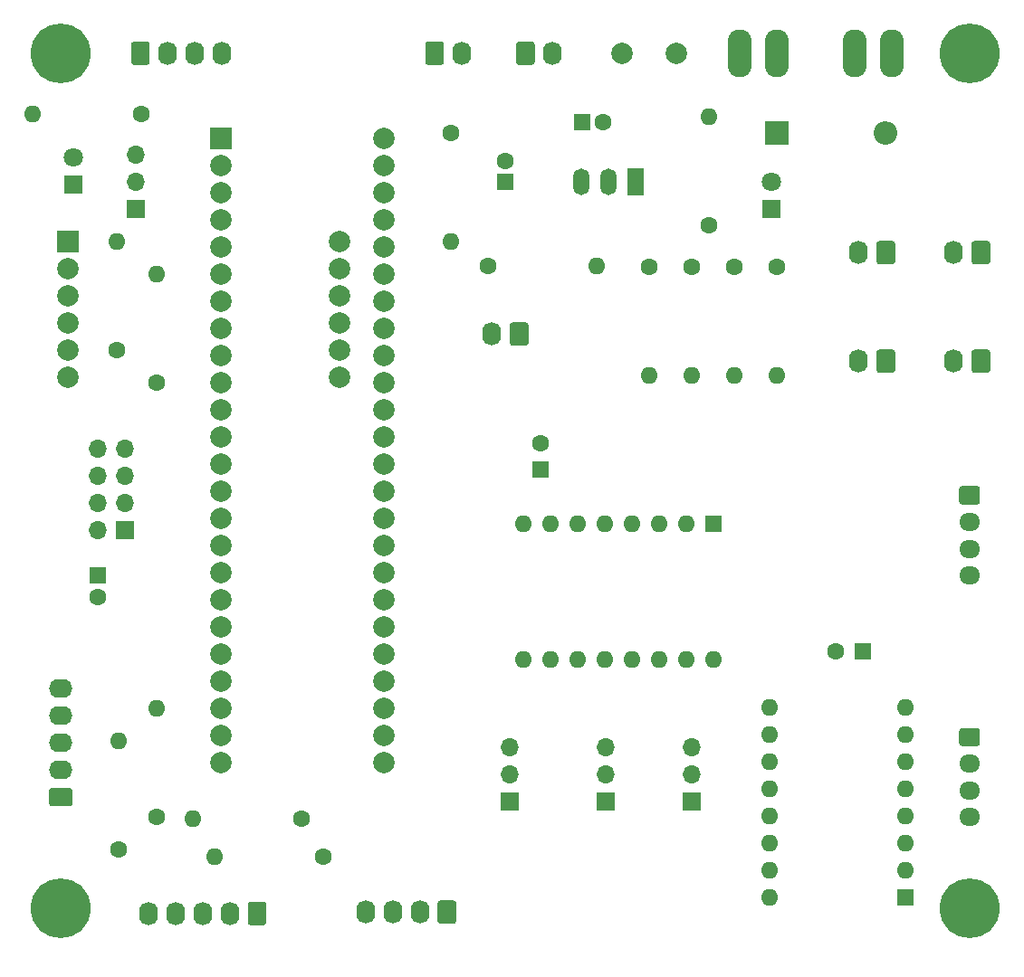
<source format=gbr>
%TF.GenerationSoftware,KiCad,Pcbnew,(5.1.10)-1*%
%TF.CreationDate,2021-08-21T13:40:32+02:00*%
%TF.ProjectId,CarteRobot-Teensy,43617274-6552-46f6-926f-742d5465656e,rev?*%
%TF.SameCoordinates,Original*%
%TF.FileFunction,Soldermask,Bot*%
%TF.FilePolarity,Negative*%
%FSLAX46Y46*%
G04 Gerber Fmt 4.6, Leading zero omitted, Abs format (unit mm)*
G04 Created by KiCad (PCBNEW (5.1.10)-1) date 2021-08-21 13:40:32*
%MOMM*%
%LPD*%
G01*
G04 APERTURE LIST*
%ADD10C,2.000000*%
%ADD11R,2.000000X2.000000*%
%ADD12C,1.600000*%
%ADD13O,1.600000X1.600000*%
%ADD14O,1.700000X1.700000*%
%ADD15R,1.700000X1.700000*%
%ADD16C,1.800000*%
%ADD17R,1.800000X1.800000*%
%ADD18R,1.600000X1.600000*%
%ADD19O,1.740000X2.190000*%
%ADD20O,1.950000X1.700000*%
%ADD21C,5.600000*%
%ADD22O,2.250000X4.500000*%
%ADD23O,1.500000X2.500000*%
%ADD24R,1.500000X2.500000*%
%ADD25O,2.190000X1.740000*%
%ADD26O,2.200000X2.200000*%
%ADD27R,2.200000X2.200000*%
G04 APERTURE END LIST*
D10*
%TO.C,J5*%
X90240000Y-118880000D03*
X75000000Y-118880000D03*
X90240000Y-116340000D03*
X75000000Y-116340000D03*
X90240000Y-113800000D03*
X75000000Y-113800000D03*
X90240000Y-111260000D03*
X75000000Y-111260000D03*
X90240000Y-108720000D03*
X75000000Y-108720000D03*
X90240000Y-106180000D03*
X75000000Y-106180000D03*
X90240000Y-103640000D03*
X75000000Y-103640000D03*
X90240000Y-101100000D03*
X75000000Y-101100000D03*
X90240000Y-98560000D03*
X75000000Y-98560000D03*
X90240000Y-96020000D03*
X75000000Y-96020000D03*
X90240000Y-93480000D03*
X75000000Y-93480000D03*
X90240000Y-90940000D03*
X75000000Y-90940000D03*
X90240000Y-88400000D03*
X75000000Y-88400000D03*
X90240000Y-85860000D03*
X75000000Y-85860000D03*
X90240000Y-83320000D03*
X75000000Y-83320000D03*
X90240000Y-80780000D03*
X75000000Y-80780000D03*
X90240000Y-78240000D03*
X75000000Y-78240000D03*
X90240000Y-75700000D03*
X75000000Y-75700000D03*
X90240000Y-73160000D03*
X75000000Y-73160000D03*
X90240000Y-70620000D03*
X75000000Y-70620000D03*
X90240000Y-68080000D03*
X75000000Y-68080000D03*
X90240000Y-65540000D03*
X75000000Y-65540000D03*
X90240000Y-63000000D03*
D11*
X75000000Y-63000000D03*
D10*
X75000000Y-121420000D03*
X90240000Y-121420000D03*
%TD*%
D12*
%TO.C,R14*%
X67564000Y-60706000D03*
D13*
X57404000Y-60706000D03*
%TD*%
D14*
%TO.C,J22*%
X67056000Y-64516000D03*
X67056000Y-67056000D03*
D15*
X67056000Y-69596000D03*
%TD*%
D16*
%TO.C,D3*%
X61214000Y-64770000D03*
D17*
X61214000Y-67310000D03*
%TD*%
D12*
%TO.C,C5*%
X101600000Y-65056000D03*
D18*
X101600000Y-67056000D03*
%TD*%
D12*
%TO.C,C4*%
X110744000Y-61468000D03*
D18*
X108744000Y-61468000D03*
%TD*%
D19*
%TO.C,J21*%
X100330000Y-81280000D03*
G36*
G01*
X103740000Y-80434999D02*
X103740000Y-82125001D01*
G75*
G02*
X103490001Y-82375000I-249999J0D01*
G01*
X102249999Y-82375000D01*
G75*
G02*
X102000000Y-82125001I0J249999D01*
G01*
X102000000Y-80434999D01*
G75*
G02*
X102249999Y-80185000I249999J0D01*
G01*
X103490001Y-80185000D01*
G75*
G02*
X103740000Y-80434999I0J-249999D01*
G01*
G37*
%TD*%
D13*
%TO.C,R13*%
X65278000Y-72593200D03*
D12*
X65278000Y-82753200D03*
%TD*%
D13*
%TO.C,R12*%
X68935600Y-75692000D03*
D12*
X68935600Y-85852000D03*
%TD*%
D10*
%TO.C,J15*%
X86106000Y-85293200D03*
X86106000Y-82753200D03*
X86106000Y-80213200D03*
X86106000Y-77673200D03*
X86106000Y-75133200D03*
X86106000Y-72593200D03*
X60706000Y-85293200D03*
X60706000Y-82753200D03*
X60706000Y-80213200D03*
X60706000Y-77673200D03*
X60706000Y-75133200D03*
D11*
X60706000Y-72593200D03*
%TD*%
D13*
%TO.C,R11*%
X127000000Y-85160000D03*
D12*
X127000000Y-75000000D03*
%TD*%
D13*
%TO.C,R10*%
X123000000Y-85160000D03*
D12*
X123000000Y-75000000D03*
%TD*%
D13*
%TO.C,R7*%
X119000000Y-85160000D03*
D12*
X119000000Y-75000000D03*
%TD*%
D13*
%TO.C,R6*%
X115000000Y-85160000D03*
D12*
X115000000Y-75000000D03*
%TD*%
D19*
%TO.C,J20*%
X143510000Y-83820000D03*
G36*
G01*
X146920000Y-82974999D02*
X146920000Y-84665001D01*
G75*
G02*
X146670001Y-84915000I-249999J0D01*
G01*
X145429999Y-84915000D01*
G75*
G02*
X145180000Y-84665001I0J249999D01*
G01*
X145180000Y-82974999D01*
G75*
G02*
X145429999Y-82725000I249999J0D01*
G01*
X146670001Y-82725000D01*
G75*
G02*
X146920000Y-82974999I0J-249999D01*
G01*
G37*
%TD*%
%TO.C,J18*%
X143510000Y-73660000D03*
G36*
G01*
X146920000Y-72814999D02*
X146920000Y-74505001D01*
G75*
G02*
X146670001Y-74755000I-249999J0D01*
G01*
X145429999Y-74755000D01*
G75*
G02*
X145180000Y-74505001I0J249999D01*
G01*
X145180000Y-72814999D01*
G75*
G02*
X145429999Y-72565000I249999J0D01*
G01*
X146670001Y-72565000D01*
G75*
G02*
X146920000Y-72814999I0J-249999D01*
G01*
G37*
%TD*%
%TO.C,J17*%
X134620000Y-83820000D03*
G36*
G01*
X138030000Y-82974999D02*
X138030000Y-84665001D01*
G75*
G02*
X137780001Y-84915000I-249999J0D01*
G01*
X136539999Y-84915000D01*
G75*
G02*
X136290000Y-84665001I0J249999D01*
G01*
X136290000Y-82974999D01*
G75*
G02*
X136539999Y-82725000I249999J0D01*
G01*
X137780001Y-82725000D01*
G75*
G02*
X138030000Y-82974999I0J-249999D01*
G01*
G37*
%TD*%
%TO.C,J16*%
X134620000Y-73660000D03*
G36*
G01*
X138030000Y-72814999D02*
X138030000Y-74505001D01*
G75*
G02*
X137780001Y-74755000I-249999J0D01*
G01*
X136539999Y-74755000D01*
G75*
G02*
X136290000Y-74505001I0J249999D01*
G01*
X136290000Y-72814999D01*
G75*
G02*
X136539999Y-72565000I249999J0D01*
G01*
X137780001Y-72565000D01*
G75*
G02*
X138030000Y-72814999I0J-249999D01*
G01*
G37*
%TD*%
D20*
%TO.C,J7*%
X145000000Y-126500000D03*
X145000000Y-124000000D03*
X145000000Y-121500000D03*
G36*
G01*
X144275000Y-118150000D02*
X145725000Y-118150000D01*
G75*
G02*
X145975000Y-118400000I0J-250000D01*
G01*
X145975000Y-119600000D01*
G75*
G02*
X145725000Y-119850000I-250000J0D01*
G01*
X144275000Y-119850000D01*
G75*
G02*
X144025000Y-119600000I0J250000D01*
G01*
X144025000Y-118400000D01*
G75*
G02*
X144275000Y-118150000I250000J0D01*
G01*
G37*
%TD*%
%TO.C,J6*%
X145000000Y-103867600D03*
X145000000Y-101367600D03*
X145000000Y-98867600D03*
G36*
G01*
X144275000Y-95517600D02*
X145725000Y-95517600D01*
G75*
G02*
X145975000Y-95767600I0J-250000D01*
G01*
X145975000Y-96967600D01*
G75*
G02*
X145725000Y-97217600I-250000J0D01*
G01*
X144275000Y-97217600D01*
G75*
G02*
X144025000Y-96967600I0J250000D01*
G01*
X144025000Y-95767600D01*
G75*
G02*
X144275000Y-95517600I250000J0D01*
G01*
G37*
%TD*%
D12*
%TO.C,C2*%
X132500000Y-111000000D03*
D18*
X135000000Y-111000000D03*
%TD*%
D12*
%TO.C,C1*%
X104902000Y-91480000D03*
D18*
X104902000Y-93980000D03*
%TD*%
D12*
%TO.C,C3*%
X63500000Y-105886000D03*
D18*
X63500000Y-103886000D03*
%TD*%
D12*
%TO.C,R9*%
X82550000Y-126619000D03*
D13*
X72390000Y-126619000D03*
%TD*%
D12*
%TO.C,R8*%
X84582000Y-130175000D03*
D13*
X74422000Y-130175000D03*
%TD*%
%TO.C,R5*%
X68961000Y-116332000D03*
D12*
X68961000Y-126492000D03*
%TD*%
D13*
%TO.C,R4*%
X65405000Y-119340000D03*
D12*
X65405000Y-129500000D03*
%TD*%
D13*
%TO.C,R3*%
X110160000Y-74930000D03*
D12*
X100000000Y-74930000D03*
%TD*%
D13*
%TO.C,R2*%
X96520000Y-72660000D03*
D12*
X96520000Y-62500000D03*
%TD*%
D14*
%TO.C,J9*%
X111000000Y-119920000D03*
X111000000Y-122460000D03*
D15*
X111000000Y-125000000D03*
%TD*%
D21*
%TO.C,H2*%
X145000000Y-135000000D03*
%TD*%
%TO.C,J19*%
G36*
G01*
X96990000Y-134536999D02*
X96990000Y-136227001D01*
G75*
G02*
X96740001Y-136477000I-249999J0D01*
G01*
X95499999Y-136477000D01*
G75*
G02*
X95250000Y-136227001I0J249999D01*
G01*
X95250000Y-134536999D01*
G75*
G02*
X95499999Y-134287000I249999J0D01*
G01*
X96740001Y-134287000D01*
G75*
G02*
X96990000Y-134536999I0J-249999D01*
G01*
G37*
D19*
X93580000Y-135382000D03*
X91040000Y-135382000D03*
X88500000Y-135382000D03*
%TD*%
D16*
%TO.C,D1*%
X126492000Y-67056000D03*
D17*
X126492000Y-69596000D03*
%TD*%
%TO.C,J11*%
G36*
G01*
X79229000Y-134663999D02*
X79229000Y-136354001D01*
G75*
G02*
X78979001Y-136604000I-249999J0D01*
G01*
X77738999Y-136604000D01*
G75*
G02*
X77489000Y-136354001I0J249999D01*
G01*
X77489000Y-134663999D01*
G75*
G02*
X77738999Y-134414000I249999J0D01*
G01*
X78979001Y-134414000D01*
G75*
G02*
X79229000Y-134663999I0J-249999D01*
G01*
G37*
D19*
X75819000Y-135509000D03*
X73279000Y-135509000D03*
X70739000Y-135509000D03*
X68199000Y-135509000D03*
%TD*%
D22*
%TO.C,J2*%
X137713600Y-55000000D03*
X134213600Y-55000000D03*
%TD*%
D23*
%TO.C,U1*%
X108712000Y-67056000D03*
X111252000Y-67056000D03*
D24*
X113792000Y-67056000D03*
%TD*%
D21*
%TO.C,H4*%
X60000000Y-135000000D03*
%TD*%
D15*
%TO.C,J14*%
X66000000Y-99620000D03*
D14*
X63460000Y-99620000D03*
X66000000Y-97080000D03*
X63460000Y-97080000D03*
X66000000Y-94540000D03*
X63460000Y-94540000D03*
X66000000Y-92000000D03*
X63460000Y-92000000D03*
%TD*%
%TO.C,J10*%
X119000000Y-119920000D03*
X119000000Y-122460000D03*
D15*
X119000000Y-125000000D03*
%TD*%
D13*
%TO.C,R1*%
X120650000Y-60960000D03*
D12*
X120650000Y-71120000D03*
%TD*%
D10*
%TO.C,F1*%
X117602000Y-55000000D03*
X112522000Y-55000000D03*
%TD*%
D19*
%TO.C,J4*%
X97500000Y-55000000D03*
G36*
G01*
X94090000Y-55845001D02*
X94090000Y-54154999D01*
G75*
G02*
X94339999Y-53905000I249999J0D01*
G01*
X95580001Y-53905000D01*
G75*
G02*
X95830000Y-54154999I0J-249999D01*
G01*
X95830000Y-55845001D01*
G75*
G02*
X95580001Y-56095000I-249999J0D01*
G01*
X94339999Y-56095000D01*
G75*
G02*
X94090000Y-55845001I0J249999D01*
G01*
G37*
%TD*%
D21*
%TO.C,H1*%
X145000000Y-55000000D03*
%TD*%
D18*
%TO.C,A2*%
X139000000Y-134000000D03*
D13*
X126300000Y-116220000D03*
X139000000Y-131460000D03*
X126300000Y-118760000D03*
X139000000Y-128920000D03*
X126300000Y-121300000D03*
X139000000Y-126380000D03*
X126300000Y-123840000D03*
X139000000Y-123840000D03*
X126300000Y-126380000D03*
X139000000Y-121300000D03*
X126300000Y-128920000D03*
X139000000Y-118760000D03*
X126300000Y-131460000D03*
X139000000Y-116220000D03*
X126300000Y-134000000D03*
%TD*%
D21*
%TO.C,H3*%
X60000000Y-55000000D03*
%TD*%
D19*
%TO.C,J13*%
X75080000Y-55000000D03*
X72540000Y-55000000D03*
X70000000Y-55000000D03*
G36*
G01*
X66590000Y-55845001D02*
X66590000Y-54154999D01*
G75*
G02*
X66839999Y-53905000I249999J0D01*
G01*
X68080001Y-53905000D01*
G75*
G02*
X68330000Y-54154999I0J-249999D01*
G01*
X68330000Y-55845001D01*
G75*
G02*
X68080001Y-56095000I-249999J0D01*
G01*
X66839999Y-56095000D01*
G75*
G02*
X66590000Y-55845001I0J249999D01*
G01*
G37*
%TD*%
D14*
%TO.C,J8*%
X102000000Y-119920000D03*
X102000000Y-122460000D03*
D15*
X102000000Y-125000000D03*
%TD*%
D25*
%TO.C,J12*%
X60000000Y-114460000D03*
X60000000Y-117000000D03*
X60000000Y-119540000D03*
X60000000Y-122080000D03*
G36*
G01*
X60845001Y-125490000D02*
X59154999Y-125490000D01*
G75*
G02*
X58905000Y-125240001I0J249999D01*
G01*
X58905000Y-123999999D01*
G75*
G02*
X59154999Y-123750000I249999J0D01*
G01*
X60845001Y-123750000D01*
G75*
G02*
X61095000Y-123999999I0J-249999D01*
G01*
X61095000Y-125240001D01*
G75*
G02*
X60845001Y-125490000I-249999J0D01*
G01*
G37*
%TD*%
D19*
%TO.C,J3*%
X106000000Y-55000000D03*
G36*
G01*
X102590000Y-55845001D02*
X102590000Y-54154999D01*
G75*
G02*
X102839999Y-53905000I249999J0D01*
G01*
X104080001Y-53905000D01*
G75*
G02*
X104330000Y-54154999I0J-249999D01*
G01*
X104330000Y-55845001D01*
G75*
G02*
X104080001Y-56095000I-249999J0D01*
G01*
X102839999Y-56095000D01*
G75*
G02*
X102590000Y-55845001I0J249999D01*
G01*
G37*
%TD*%
D22*
%TO.C,J1*%
X127000000Y-55000000D03*
X123500000Y-55000000D03*
%TD*%
D26*
%TO.C,D2*%
X137160000Y-62484000D03*
D27*
X127000000Y-62484000D03*
%TD*%
D18*
%TO.C,A1*%
X121000000Y-99000000D03*
D13*
X103220000Y-111700000D03*
X118460000Y-99000000D03*
X105760000Y-111700000D03*
X115920000Y-99000000D03*
X108300000Y-111700000D03*
X113380000Y-99000000D03*
X110840000Y-111700000D03*
X110840000Y-99000000D03*
X113380000Y-111700000D03*
X108300000Y-99000000D03*
X115920000Y-111700000D03*
X105760000Y-99000000D03*
X118460000Y-111700000D03*
X103220000Y-99000000D03*
X121000000Y-111700000D03*
%TD*%
M02*

</source>
